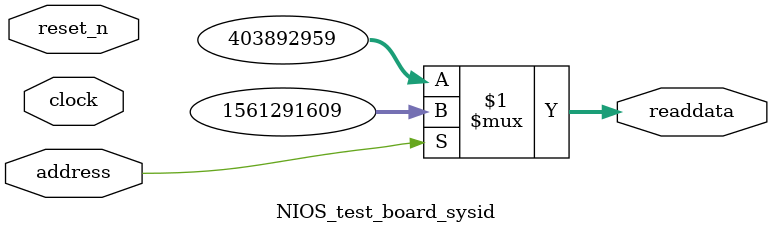
<source format=v>



// synthesis translate_off
`timescale 1ns / 1ps
// synthesis translate_on

// turn off superfluous verilog processor warnings 
// altera message_level Level1 
// altera message_off 10034 10035 10036 10037 10230 10240 10030 

module NIOS_test_board_sysid (
               // inputs:
                address,
                clock,
                reset_n,

               // outputs:
                readdata
             )
;

  output  [ 31: 0] readdata;
  input            address;
  input            clock;
  input            reset_n;

  wire    [ 31: 0] readdata;
  //control_slave, which is an e_avalon_slave
  assign readdata = address ? 1561291609 : 403892959;

endmodule



</source>
